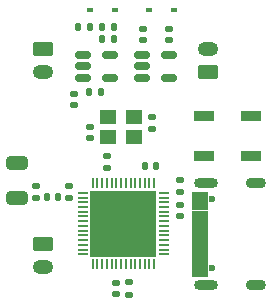
<source format=gbr>
%TF.GenerationSoftware,KiCad,Pcbnew,(6.0.4)*%
%TF.CreationDate,2023-01-28T19:19:13+00:00*%
%TF.ProjectId,PrettySmallRobot,50726574-7479-4536-9d61-6c6c526f626f,rev?*%
%TF.SameCoordinates,Original*%
%TF.FileFunction,Soldermask,Top*%
%TF.FilePolarity,Negative*%
%FSLAX46Y46*%
G04 Gerber Fmt 4.6, Leading zero omitted, Abs format (unit mm)*
G04 Created by KiCad (PCBNEW (6.0.4)) date 2023-01-28 19:19:13*
%MOMM*%
%LPD*%
G01*
G04 APERTURE LIST*
G04 Aperture macros list*
%AMRoundRect*
0 Rectangle with rounded corners*
0 $1 Rounding radius*
0 $2 $3 $4 $5 $6 $7 $8 $9 X,Y pos of 4 corners*
0 Add a 4 corners polygon primitive as box body*
4,1,4,$2,$3,$4,$5,$6,$7,$8,$9,$2,$3,0*
0 Add four circle primitives for the rounded corners*
1,1,$1+$1,$2,$3*
1,1,$1+$1,$4,$5*
1,1,$1+$1,$6,$7*
1,1,$1+$1,$8,$9*
0 Add four rect primitives between the rounded corners*
20,1,$1+$1,$2,$3,$4,$5,0*
20,1,$1+$1,$4,$5,$6,$7,0*
20,1,$1+$1,$6,$7,$8,$9,0*
20,1,$1+$1,$8,$9,$2,$3,0*%
G04 Aperture macros list end*
%ADD10C,0.010000*%
%ADD11C,0.600000*%
%ADD12O,2.000000X0.900000*%
%ADD13O,1.700000X0.900000*%
%ADD14R,0.600000X0.450000*%
%ADD15R,1.700000X0.900000*%
%ADD16RoundRect,0.150000X-0.512500X-0.150000X0.512500X-0.150000X0.512500X0.150000X-0.512500X0.150000X0*%
%ADD17RoundRect,0.250000X0.650000X-0.325000X0.650000X0.325000X-0.650000X0.325000X-0.650000X-0.325000X0*%
%ADD18RoundRect,0.135000X-0.185000X0.135000X-0.185000X-0.135000X0.185000X-0.135000X0.185000X0.135000X0*%
%ADD19RoundRect,0.050000X-0.387500X-0.050000X0.387500X-0.050000X0.387500X0.050000X-0.387500X0.050000X0*%
%ADD20RoundRect,0.050000X-0.050000X-0.387500X0.050000X-0.387500X0.050000X0.387500X-0.050000X0.387500X0*%
%ADD21R,5.600000X5.600000*%
%ADD22RoundRect,0.140000X0.170000X-0.140000X0.170000X0.140000X-0.170000X0.140000X-0.170000X-0.140000X0*%
%ADD23RoundRect,0.250000X-0.625000X0.350000X-0.625000X-0.350000X0.625000X-0.350000X0.625000X0.350000X0*%
%ADD24O,1.750000X1.200000*%
%ADD25RoundRect,0.140000X-0.170000X0.140000X-0.170000X-0.140000X0.170000X-0.140000X0.170000X0.140000X0*%
%ADD26RoundRect,0.147500X-0.147500X-0.172500X0.147500X-0.172500X0.147500X0.172500X-0.147500X0.172500X0*%
%ADD27R,1.400000X1.200000*%
%ADD28RoundRect,0.250000X0.625000X-0.350000X0.625000X0.350000X-0.625000X0.350000X-0.625000X-0.350000X0*%
%ADD29RoundRect,0.147500X0.172500X-0.147500X0.172500X0.147500X-0.172500X0.147500X-0.172500X-0.147500X0*%
%ADD30RoundRect,0.135000X0.185000X-0.135000X0.185000X0.135000X-0.185000X0.135000X-0.185000X-0.135000X0*%
%ADD31RoundRect,0.140000X-0.140000X-0.170000X0.140000X-0.170000X0.140000X0.170000X-0.140000X0.170000X0*%
%ADD32RoundRect,0.135000X-0.135000X-0.185000X0.135000X-0.185000X0.135000X0.185000X-0.135000X0.185000X0*%
%ADD33RoundRect,0.135000X0.135000X0.185000X-0.135000X0.185000X-0.135000X-0.185000X0.135000X-0.185000X0*%
%ADD34RoundRect,0.140000X0.140000X0.170000X-0.140000X0.170000X-0.140000X-0.170000X0.140000X-0.170000X0*%
G04 APERTURE END LIST*
%TO.C,J1*%
G36*
X190870000Y-119602503D02*
G01*
X189630000Y-119602503D01*
X189630000Y-119202503D01*
X190870000Y-119202503D01*
X190870000Y-119602503D01*
G37*
D10*
X190870000Y-119602503D02*
X189630000Y-119602503D01*
X189630000Y-119202503D01*
X190870000Y-119202503D01*
X190870000Y-119602503D01*
G36*
X190870000Y-117102503D02*
G01*
X189630000Y-117102503D01*
X189630000Y-116702503D01*
X190870000Y-116702503D01*
X190870000Y-117102503D01*
G37*
X190870000Y-117102503D02*
X189630000Y-117102503D01*
X189630000Y-116702503D01*
X190870000Y-116702503D01*
X190870000Y-117102503D01*
G36*
X190870000Y-122202503D02*
G01*
X189630000Y-122202503D01*
X189630000Y-121502503D01*
X190870000Y-121502503D01*
X190870000Y-122202503D01*
G37*
X190870000Y-122202503D02*
X189630000Y-122202503D01*
X189630000Y-121502503D01*
X190870000Y-121502503D01*
X190870000Y-122202503D01*
G36*
X190870000Y-119102503D02*
G01*
X189630000Y-119102503D01*
X189630000Y-118702503D01*
X190870000Y-118702503D01*
X190870000Y-119102503D01*
G37*
X190870000Y-119102503D02*
X189630000Y-119102503D01*
X189630000Y-118702503D01*
X190870000Y-118702503D01*
X190870000Y-119102503D01*
G36*
X190870000Y-118602503D02*
G01*
X189630000Y-118602503D01*
X189630000Y-118202503D01*
X190870000Y-118202503D01*
X190870000Y-118602503D01*
G37*
X190870000Y-118602503D02*
X189630000Y-118602503D01*
X189630000Y-118202503D01*
X190870000Y-118202503D01*
X190870000Y-118602503D01*
G36*
X190870000Y-115802503D02*
G01*
X189630000Y-115802503D01*
X189630000Y-115102503D01*
X190870000Y-115102503D01*
X190870000Y-115802503D01*
G37*
X190870000Y-115802503D02*
X189630000Y-115802503D01*
X189630000Y-115102503D01*
X190870000Y-115102503D01*
X190870000Y-115802503D01*
G36*
X190870000Y-120602503D02*
G01*
X189630000Y-120602503D01*
X189630000Y-120202503D01*
X190870000Y-120202503D01*
X190870000Y-120602503D01*
G37*
X190870000Y-120602503D02*
X189630000Y-120602503D01*
X189630000Y-120202503D01*
X190870000Y-120202503D01*
X190870000Y-120602503D01*
G36*
X190870000Y-121402503D02*
G01*
X189630000Y-121402503D01*
X189630000Y-120702503D01*
X190870000Y-120702503D01*
X190870000Y-121402503D01*
G37*
X190870000Y-121402503D02*
X189630000Y-121402503D01*
X189630000Y-120702503D01*
X190870000Y-120702503D01*
X190870000Y-121402503D01*
G36*
X190870000Y-118102503D02*
G01*
X189630000Y-118102503D01*
X189630000Y-117702503D01*
X190870000Y-117702503D01*
X190870000Y-118102503D01*
G37*
X190870000Y-118102503D02*
X189630000Y-118102503D01*
X189630000Y-117702503D01*
X190870000Y-117702503D01*
X190870000Y-118102503D01*
G36*
X190870000Y-120102503D02*
G01*
X189630000Y-120102503D01*
X189630000Y-119702503D01*
X190870000Y-119702503D01*
X190870000Y-120102503D01*
G37*
X190870000Y-120102503D02*
X189630000Y-120102503D01*
X189630000Y-119702503D01*
X190870000Y-119702503D01*
X190870000Y-120102503D01*
G36*
X190870000Y-117602503D02*
G01*
X189630000Y-117602503D01*
X189630000Y-117202503D01*
X190870000Y-117202503D01*
X190870000Y-117602503D01*
G37*
X190870000Y-117602503D02*
X189630000Y-117602503D01*
X189630000Y-117202503D01*
X190870000Y-117202503D01*
X190870000Y-117602503D01*
G36*
X190870000Y-116602503D02*
G01*
X189630000Y-116602503D01*
X189630000Y-115902503D01*
X190870000Y-115902503D01*
X190870000Y-116602503D01*
G37*
X190870000Y-116602503D02*
X189630000Y-116602503D01*
X189630000Y-115902503D01*
X190870000Y-115902503D01*
X190870000Y-116602503D01*
%TD*%
D11*
%TO.C,J1*%
X191320000Y-115762503D03*
X191320000Y-121542503D03*
D12*
X190830000Y-122977503D03*
X190830000Y-114327503D03*
D13*
X195000000Y-122977503D03*
X195000000Y-114327503D03*
%TD*%
D14*
%TO.C,D3*%
X185950000Y-99700000D03*
X188050000Y-99700000D03*
%TD*%
D15*
%TO.C,RST1*%
X194600000Y-112100000D03*
X194600000Y-108700000D03*
%TD*%
D16*
%TO.C,U6*%
X185362500Y-103550000D03*
X185362500Y-104500000D03*
X185362500Y-105450000D03*
X187637500Y-105450000D03*
X187637500Y-103550000D03*
%TD*%
D17*
%TO.C,AE1*%
X174800000Y-115600000D03*
X174800000Y-112650000D03*
%TD*%
D18*
%TO.C,R7*%
X184300000Y-122790000D03*
X184300000Y-123810000D03*
%TD*%
D19*
%TO.C,U4*%
X180362500Y-115200000D03*
X180362500Y-115600000D03*
X180362500Y-116000000D03*
X180362500Y-116400000D03*
X180362500Y-116800000D03*
X180362500Y-117200000D03*
X180362500Y-117600000D03*
X180362500Y-118000000D03*
X180362500Y-118400000D03*
X180362500Y-118800000D03*
X180362500Y-119200000D03*
X180362500Y-119600000D03*
X180362500Y-120000000D03*
X180362500Y-120400000D03*
D20*
X181200000Y-121237500D03*
X181600000Y-121237500D03*
X182000000Y-121237500D03*
X182400000Y-121237500D03*
X182800000Y-121237500D03*
X183200000Y-121237500D03*
X183600000Y-121237500D03*
X184000000Y-121237500D03*
X184400000Y-121237500D03*
X184800000Y-121237500D03*
X185200000Y-121237500D03*
X185600000Y-121237500D03*
X186000000Y-121237500D03*
X186400000Y-121237500D03*
D19*
X187237500Y-120400000D03*
X187237500Y-120000000D03*
X187237500Y-119600000D03*
X187237500Y-119200000D03*
X187237500Y-118800000D03*
X187237500Y-118400000D03*
X187237500Y-118000000D03*
X187237500Y-117600000D03*
X187237500Y-117200000D03*
X187237500Y-116800000D03*
X187237500Y-116400000D03*
X187237500Y-116000000D03*
X187237500Y-115600000D03*
X187237500Y-115200000D03*
D20*
X186400000Y-114362500D03*
X186000000Y-114362500D03*
X185600000Y-114362500D03*
X185200000Y-114362500D03*
X184800000Y-114362500D03*
X184400000Y-114362500D03*
X184000000Y-114362500D03*
X183600000Y-114362500D03*
X183200000Y-114362500D03*
X182800000Y-114362500D03*
X182400000Y-114362500D03*
X182000000Y-114362500D03*
X181600000Y-114362500D03*
X181200000Y-114362500D03*
D21*
X183800000Y-117800000D03*
%TD*%
D22*
%TO.C,C17*%
X179200000Y-115600000D03*
X179200000Y-114640000D03*
%TD*%
D23*
%TO.C,J9*%
X177000000Y-119500000D03*
D24*
X177000000Y-121500000D03*
%TD*%
D25*
%TO.C,C9*%
X183200000Y-122820000D03*
X183200000Y-123780000D03*
%TD*%
D26*
%TO.C,L2*%
X177330000Y-115550000D03*
X178300000Y-115550000D03*
%TD*%
D22*
%TO.C,C13*%
X176400000Y-115600000D03*
X176400000Y-114640000D03*
%TD*%
D15*
%TO.C,BOOT1*%
X190600000Y-112100000D03*
X190600000Y-108700000D03*
%TD*%
D22*
%TO.C,C15*%
X181000000Y-110560000D03*
X181000000Y-109600000D03*
%TD*%
D27*
%TO.C,Y1*%
X182500000Y-110500000D03*
X184700000Y-110500000D03*
X184700000Y-108800000D03*
X182500000Y-108800000D03*
%TD*%
D22*
%TO.C,C14*%
X186200000Y-109760000D03*
X186200000Y-108800000D03*
%TD*%
D26*
%TO.C,D1*%
X182005000Y-101200000D03*
X182975000Y-101200000D03*
%TD*%
D23*
%TO.C,J10*%
X177000000Y-103000000D03*
D24*
X177000000Y-105000000D03*
%TD*%
D28*
%TO.C,J8*%
X191000000Y-105000000D03*
D24*
X191000000Y-103000000D03*
%TD*%
D18*
%TO.C,R3*%
X182400000Y-112090000D03*
X182400000Y-113110000D03*
%TD*%
D29*
%TO.C,D4*%
X188600000Y-117185000D03*
X188600000Y-116215000D03*
%TD*%
D30*
%TO.C,R10*%
X188600000Y-115110000D03*
X188600000Y-114090000D03*
%TD*%
D22*
%TO.C,C22*%
X185500000Y-102280000D03*
X185500000Y-101320000D03*
%TD*%
%TO.C,C23*%
X187700000Y-102280000D03*
X187700000Y-101320000D03*
%TD*%
D25*
%TO.C,C21*%
X179600000Y-106820000D03*
X179600000Y-107780000D03*
%TD*%
D31*
%TO.C,C8*%
X185620000Y-112900000D03*
X186580000Y-112900000D03*
%TD*%
D16*
%TO.C,U3*%
X180362500Y-103550000D03*
X180362500Y-104500000D03*
X180362500Y-105450000D03*
X182637500Y-105450000D03*
X182637500Y-103550000D03*
%TD*%
D14*
%TO.C,D2*%
X180950000Y-99700000D03*
X183050000Y-99700000D03*
%TD*%
D32*
%TO.C,R6*%
X181980000Y-102200000D03*
X183000000Y-102200000D03*
%TD*%
D33*
%TO.C,R5*%
X181000000Y-101200000D03*
X179980000Y-101200000D03*
%TD*%
D34*
%TO.C,C12*%
X181880000Y-106700000D03*
X180920000Y-106700000D03*
%TD*%
M02*

</source>
